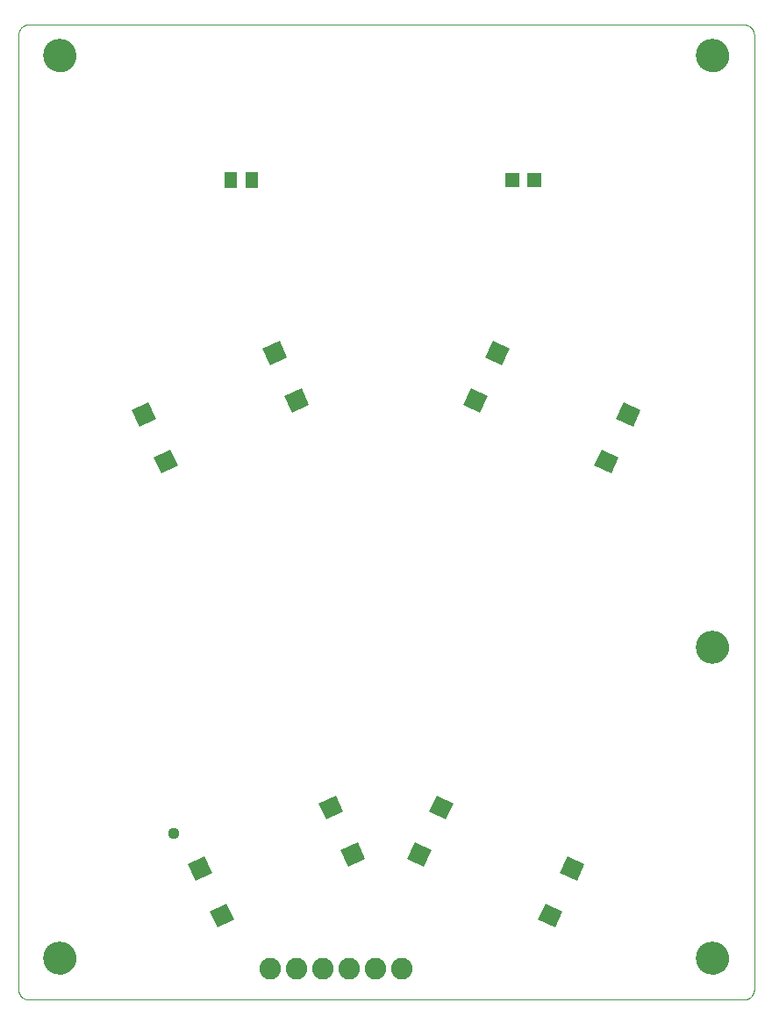
<source format=gbs>
G75*
%MOIN*%
%OFA0B0*%
%FSLAX25Y25*%
%IPPOS*%
%LPD*%
%AMOC8*
5,1,8,0,0,1.08239X$1,22.5*
%
%ADD10C,0.00000*%
%ADD11R,0.07099X0.06902*%
%ADD12C,0.08200*%
%ADD13C,0.12611*%
%ADD14R,0.05131X0.06312*%
%ADD15R,0.05524X0.05524*%
%ADD16C,0.04369*%
D10*
X0005437Y0002252D02*
X0277091Y0002252D01*
X0277215Y0002254D01*
X0277338Y0002260D01*
X0277462Y0002269D01*
X0277584Y0002283D01*
X0277707Y0002300D01*
X0277829Y0002322D01*
X0277950Y0002347D01*
X0278070Y0002376D01*
X0278189Y0002408D01*
X0278308Y0002445D01*
X0278425Y0002485D01*
X0278540Y0002528D01*
X0278655Y0002576D01*
X0278767Y0002627D01*
X0278878Y0002681D01*
X0278988Y0002739D01*
X0279095Y0002800D01*
X0279201Y0002865D01*
X0279304Y0002933D01*
X0279405Y0003004D01*
X0279504Y0003078D01*
X0279601Y0003155D01*
X0279695Y0003236D01*
X0279786Y0003319D01*
X0279875Y0003405D01*
X0279961Y0003494D01*
X0280044Y0003585D01*
X0280125Y0003679D01*
X0280202Y0003776D01*
X0280276Y0003875D01*
X0280347Y0003976D01*
X0280415Y0004079D01*
X0280480Y0004185D01*
X0280541Y0004292D01*
X0280599Y0004402D01*
X0280653Y0004513D01*
X0280704Y0004625D01*
X0280752Y0004740D01*
X0280795Y0004855D01*
X0280835Y0004972D01*
X0280872Y0005091D01*
X0280904Y0005210D01*
X0280933Y0005330D01*
X0280958Y0005451D01*
X0280980Y0005573D01*
X0280997Y0005696D01*
X0281011Y0005818D01*
X0281020Y0005942D01*
X0281026Y0006065D01*
X0281028Y0006189D01*
X0281028Y0368394D01*
X0281026Y0368518D01*
X0281020Y0368641D01*
X0281011Y0368765D01*
X0280997Y0368887D01*
X0280980Y0369010D01*
X0280958Y0369132D01*
X0280933Y0369253D01*
X0280904Y0369373D01*
X0280872Y0369492D01*
X0280835Y0369611D01*
X0280795Y0369728D01*
X0280752Y0369843D01*
X0280704Y0369958D01*
X0280653Y0370070D01*
X0280599Y0370181D01*
X0280541Y0370291D01*
X0280480Y0370398D01*
X0280415Y0370504D01*
X0280347Y0370607D01*
X0280276Y0370708D01*
X0280202Y0370807D01*
X0280125Y0370904D01*
X0280044Y0370998D01*
X0279961Y0371089D01*
X0279875Y0371178D01*
X0279786Y0371264D01*
X0279695Y0371347D01*
X0279601Y0371428D01*
X0279504Y0371505D01*
X0279405Y0371579D01*
X0279304Y0371650D01*
X0279201Y0371718D01*
X0279095Y0371783D01*
X0278988Y0371844D01*
X0278878Y0371902D01*
X0278767Y0371956D01*
X0278655Y0372007D01*
X0278540Y0372055D01*
X0278425Y0372098D01*
X0278308Y0372138D01*
X0278189Y0372175D01*
X0278070Y0372207D01*
X0277950Y0372236D01*
X0277829Y0372261D01*
X0277707Y0372283D01*
X0277584Y0372300D01*
X0277462Y0372314D01*
X0277338Y0372323D01*
X0277215Y0372329D01*
X0277091Y0372331D01*
X0005437Y0372331D01*
X0005313Y0372329D01*
X0005190Y0372323D01*
X0005066Y0372314D01*
X0004944Y0372300D01*
X0004821Y0372283D01*
X0004699Y0372261D01*
X0004578Y0372236D01*
X0004458Y0372207D01*
X0004339Y0372175D01*
X0004220Y0372138D01*
X0004103Y0372098D01*
X0003988Y0372055D01*
X0003873Y0372007D01*
X0003761Y0371956D01*
X0003650Y0371902D01*
X0003540Y0371844D01*
X0003433Y0371783D01*
X0003327Y0371718D01*
X0003224Y0371650D01*
X0003123Y0371579D01*
X0003024Y0371505D01*
X0002927Y0371428D01*
X0002833Y0371347D01*
X0002742Y0371264D01*
X0002653Y0371178D01*
X0002567Y0371089D01*
X0002484Y0370998D01*
X0002403Y0370904D01*
X0002326Y0370807D01*
X0002252Y0370708D01*
X0002181Y0370607D01*
X0002113Y0370504D01*
X0002048Y0370398D01*
X0001987Y0370291D01*
X0001929Y0370181D01*
X0001875Y0370070D01*
X0001824Y0369958D01*
X0001776Y0369843D01*
X0001733Y0369728D01*
X0001693Y0369611D01*
X0001656Y0369492D01*
X0001624Y0369373D01*
X0001595Y0369253D01*
X0001570Y0369132D01*
X0001548Y0369010D01*
X0001531Y0368887D01*
X0001517Y0368765D01*
X0001508Y0368641D01*
X0001502Y0368518D01*
X0001500Y0368394D01*
X0001500Y0006189D01*
X0001502Y0006065D01*
X0001508Y0005942D01*
X0001517Y0005818D01*
X0001531Y0005696D01*
X0001548Y0005573D01*
X0001570Y0005451D01*
X0001595Y0005330D01*
X0001624Y0005210D01*
X0001656Y0005091D01*
X0001693Y0004972D01*
X0001733Y0004855D01*
X0001776Y0004740D01*
X0001824Y0004625D01*
X0001875Y0004513D01*
X0001929Y0004402D01*
X0001987Y0004292D01*
X0002048Y0004185D01*
X0002113Y0004079D01*
X0002181Y0003976D01*
X0002252Y0003875D01*
X0002326Y0003776D01*
X0002403Y0003679D01*
X0002484Y0003585D01*
X0002567Y0003494D01*
X0002653Y0003405D01*
X0002742Y0003319D01*
X0002833Y0003236D01*
X0002927Y0003155D01*
X0003024Y0003078D01*
X0003123Y0003004D01*
X0003224Y0002933D01*
X0003327Y0002865D01*
X0003433Y0002800D01*
X0003540Y0002739D01*
X0003650Y0002681D01*
X0003761Y0002627D01*
X0003873Y0002576D01*
X0003988Y0002528D01*
X0004103Y0002485D01*
X0004220Y0002445D01*
X0004339Y0002408D01*
X0004458Y0002376D01*
X0004578Y0002347D01*
X0004699Y0002322D01*
X0004821Y0002300D01*
X0004944Y0002283D01*
X0005066Y0002269D01*
X0005190Y0002260D01*
X0005313Y0002254D01*
X0005437Y0002252D01*
X0011342Y0018000D02*
X0011344Y0018153D01*
X0011350Y0018307D01*
X0011360Y0018460D01*
X0011374Y0018612D01*
X0011392Y0018765D01*
X0011414Y0018916D01*
X0011439Y0019067D01*
X0011469Y0019218D01*
X0011503Y0019368D01*
X0011540Y0019516D01*
X0011581Y0019664D01*
X0011626Y0019810D01*
X0011675Y0019956D01*
X0011728Y0020100D01*
X0011784Y0020242D01*
X0011844Y0020383D01*
X0011908Y0020523D01*
X0011975Y0020661D01*
X0012046Y0020797D01*
X0012121Y0020931D01*
X0012198Y0021063D01*
X0012280Y0021193D01*
X0012364Y0021321D01*
X0012452Y0021447D01*
X0012543Y0021570D01*
X0012637Y0021691D01*
X0012735Y0021809D01*
X0012835Y0021925D01*
X0012939Y0022038D01*
X0013045Y0022149D01*
X0013154Y0022257D01*
X0013266Y0022362D01*
X0013380Y0022463D01*
X0013498Y0022562D01*
X0013617Y0022658D01*
X0013739Y0022751D01*
X0013864Y0022840D01*
X0013991Y0022927D01*
X0014120Y0023009D01*
X0014251Y0023089D01*
X0014384Y0023165D01*
X0014519Y0023238D01*
X0014656Y0023307D01*
X0014795Y0023372D01*
X0014935Y0023434D01*
X0015077Y0023492D01*
X0015220Y0023547D01*
X0015365Y0023598D01*
X0015511Y0023645D01*
X0015658Y0023688D01*
X0015806Y0023727D01*
X0015955Y0023763D01*
X0016105Y0023794D01*
X0016256Y0023822D01*
X0016407Y0023846D01*
X0016560Y0023866D01*
X0016712Y0023882D01*
X0016865Y0023894D01*
X0017018Y0023902D01*
X0017171Y0023906D01*
X0017325Y0023906D01*
X0017478Y0023902D01*
X0017631Y0023894D01*
X0017784Y0023882D01*
X0017936Y0023866D01*
X0018089Y0023846D01*
X0018240Y0023822D01*
X0018391Y0023794D01*
X0018541Y0023763D01*
X0018690Y0023727D01*
X0018838Y0023688D01*
X0018985Y0023645D01*
X0019131Y0023598D01*
X0019276Y0023547D01*
X0019419Y0023492D01*
X0019561Y0023434D01*
X0019701Y0023372D01*
X0019840Y0023307D01*
X0019977Y0023238D01*
X0020112Y0023165D01*
X0020245Y0023089D01*
X0020376Y0023009D01*
X0020505Y0022927D01*
X0020632Y0022840D01*
X0020757Y0022751D01*
X0020879Y0022658D01*
X0020998Y0022562D01*
X0021116Y0022463D01*
X0021230Y0022362D01*
X0021342Y0022257D01*
X0021451Y0022149D01*
X0021557Y0022038D01*
X0021661Y0021925D01*
X0021761Y0021809D01*
X0021859Y0021691D01*
X0021953Y0021570D01*
X0022044Y0021447D01*
X0022132Y0021321D01*
X0022216Y0021193D01*
X0022298Y0021063D01*
X0022375Y0020931D01*
X0022450Y0020797D01*
X0022521Y0020661D01*
X0022588Y0020523D01*
X0022652Y0020383D01*
X0022712Y0020242D01*
X0022768Y0020100D01*
X0022821Y0019956D01*
X0022870Y0019810D01*
X0022915Y0019664D01*
X0022956Y0019516D01*
X0022993Y0019368D01*
X0023027Y0019218D01*
X0023057Y0019067D01*
X0023082Y0018916D01*
X0023104Y0018765D01*
X0023122Y0018612D01*
X0023136Y0018460D01*
X0023146Y0018307D01*
X0023152Y0018153D01*
X0023154Y0018000D01*
X0023152Y0017847D01*
X0023146Y0017693D01*
X0023136Y0017540D01*
X0023122Y0017388D01*
X0023104Y0017235D01*
X0023082Y0017084D01*
X0023057Y0016933D01*
X0023027Y0016782D01*
X0022993Y0016632D01*
X0022956Y0016484D01*
X0022915Y0016336D01*
X0022870Y0016190D01*
X0022821Y0016044D01*
X0022768Y0015900D01*
X0022712Y0015758D01*
X0022652Y0015617D01*
X0022588Y0015477D01*
X0022521Y0015339D01*
X0022450Y0015203D01*
X0022375Y0015069D01*
X0022298Y0014937D01*
X0022216Y0014807D01*
X0022132Y0014679D01*
X0022044Y0014553D01*
X0021953Y0014430D01*
X0021859Y0014309D01*
X0021761Y0014191D01*
X0021661Y0014075D01*
X0021557Y0013962D01*
X0021451Y0013851D01*
X0021342Y0013743D01*
X0021230Y0013638D01*
X0021116Y0013537D01*
X0020998Y0013438D01*
X0020879Y0013342D01*
X0020757Y0013249D01*
X0020632Y0013160D01*
X0020505Y0013073D01*
X0020376Y0012991D01*
X0020245Y0012911D01*
X0020112Y0012835D01*
X0019977Y0012762D01*
X0019840Y0012693D01*
X0019701Y0012628D01*
X0019561Y0012566D01*
X0019419Y0012508D01*
X0019276Y0012453D01*
X0019131Y0012402D01*
X0018985Y0012355D01*
X0018838Y0012312D01*
X0018690Y0012273D01*
X0018541Y0012237D01*
X0018391Y0012206D01*
X0018240Y0012178D01*
X0018089Y0012154D01*
X0017936Y0012134D01*
X0017784Y0012118D01*
X0017631Y0012106D01*
X0017478Y0012098D01*
X0017325Y0012094D01*
X0017171Y0012094D01*
X0017018Y0012098D01*
X0016865Y0012106D01*
X0016712Y0012118D01*
X0016560Y0012134D01*
X0016407Y0012154D01*
X0016256Y0012178D01*
X0016105Y0012206D01*
X0015955Y0012237D01*
X0015806Y0012273D01*
X0015658Y0012312D01*
X0015511Y0012355D01*
X0015365Y0012402D01*
X0015220Y0012453D01*
X0015077Y0012508D01*
X0014935Y0012566D01*
X0014795Y0012628D01*
X0014656Y0012693D01*
X0014519Y0012762D01*
X0014384Y0012835D01*
X0014251Y0012911D01*
X0014120Y0012991D01*
X0013991Y0013073D01*
X0013864Y0013160D01*
X0013739Y0013249D01*
X0013617Y0013342D01*
X0013498Y0013438D01*
X0013380Y0013537D01*
X0013266Y0013638D01*
X0013154Y0013743D01*
X0013045Y0013851D01*
X0012939Y0013962D01*
X0012835Y0014075D01*
X0012735Y0014191D01*
X0012637Y0014309D01*
X0012543Y0014430D01*
X0012452Y0014553D01*
X0012364Y0014679D01*
X0012280Y0014807D01*
X0012198Y0014937D01*
X0012121Y0015069D01*
X0012046Y0015203D01*
X0011975Y0015339D01*
X0011908Y0015477D01*
X0011844Y0015617D01*
X0011784Y0015758D01*
X0011728Y0015900D01*
X0011675Y0016044D01*
X0011626Y0016190D01*
X0011581Y0016336D01*
X0011540Y0016484D01*
X0011503Y0016632D01*
X0011469Y0016782D01*
X0011439Y0016933D01*
X0011414Y0017084D01*
X0011392Y0017235D01*
X0011374Y0017388D01*
X0011360Y0017540D01*
X0011350Y0017693D01*
X0011344Y0017847D01*
X0011342Y0018000D01*
X0259374Y0018000D02*
X0259376Y0018153D01*
X0259382Y0018307D01*
X0259392Y0018460D01*
X0259406Y0018612D01*
X0259424Y0018765D01*
X0259446Y0018916D01*
X0259471Y0019067D01*
X0259501Y0019218D01*
X0259535Y0019368D01*
X0259572Y0019516D01*
X0259613Y0019664D01*
X0259658Y0019810D01*
X0259707Y0019956D01*
X0259760Y0020100D01*
X0259816Y0020242D01*
X0259876Y0020383D01*
X0259940Y0020523D01*
X0260007Y0020661D01*
X0260078Y0020797D01*
X0260153Y0020931D01*
X0260230Y0021063D01*
X0260312Y0021193D01*
X0260396Y0021321D01*
X0260484Y0021447D01*
X0260575Y0021570D01*
X0260669Y0021691D01*
X0260767Y0021809D01*
X0260867Y0021925D01*
X0260971Y0022038D01*
X0261077Y0022149D01*
X0261186Y0022257D01*
X0261298Y0022362D01*
X0261412Y0022463D01*
X0261530Y0022562D01*
X0261649Y0022658D01*
X0261771Y0022751D01*
X0261896Y0022840D01*
X0262023Y0022927D01*
X0262152Y0023009D01*
X0262283Y0023089D01*
X0262416Y0023165D01*
X0262551Y0023238D01*
X0262688Y0023307D01*
X0262827Y0023372D01*
X0262967Y0023434D01*
X0263109Y0023492D01*
X0263252Y0023547D01*
X0263397Y0023598D01*
X0263543Y0023645D01*
X0263690Y0023688D01*
X0263838Y0023727D01*
X0263987Y0023763D01*
X0264137Y0023794D01*
X0264288Y0023822D01*
X0264439Y0023846D01*
X0264592Y0023866D01*
X0264744Y0023882D01*
X0264897Y0023894D01*
X0265050Y0023902D01*
X0265203Y0023906D01*
X0265357Y0023906D01*
X0265510Y0023902D01*
X0265663Y0023894D01*
X0265816Y0023882D01*
X0265968Y0023866D01*
X0266121Y0023846D01*
X0266272Y0023822D01*
X0266423Y0023794D01*
X0266573Y0023763D01*
X0266722Y0023727D01*
X0266870Y0023688D01*
X0267017Y0023645D01*
X0267163Y0023598D01*
X0267308Y0023547D01*
X0267451Y0023492D01*
X0267593Y0023434D01*
X0267733Y0023372D01*
X0267872Y0023307D01*
X0268009Y0023238D01*
X0268144Y0023165D01*
X0268277Y0023089D01*
X0268408Y0023009D01*
X0268537Y0022927D01*
X0268664Y0022840D01*
X0268789Y0022751D01*
X0268911Y0022658D01*
X0269030Y0022562D01*
X0269148Y0022463D01*
X0269262Y0022362D01*
X0269374Y0022257D01*
X0269483Y0022149D01*
X0269589Y0022038D01*
X0269693Y0021925D01*
X0269793Y0021809D01*
X0269891Y0021691D01*
X0269985Y0021570D01*
X0270076Y0021447D01*
X0270164Y0021321D01*
X0270248Y0021193D01*
X0270330Y0021063D01*
X0270407Y0020931D01*
X0270482Y0020797D01*
X0270553Y0020661D01*
X0270620Y0020523D01*
X0270684Y0020383D01*
X0270744Y0020242D01*
X0270800Y0020100D01*
X0270853Y0019956D01*
X0270902Y0019810D01*
X0270947Y0019664D01*
X0270988Y0019516D01*
X0271025Y0019368D01*
X0271059Y0019218D01*
X0271089Y0019067D01*
X0271114Y0018916D01*
X0271136Y0018765D01*
X0271154Y0018612D01*
X0271168Y0018460D01*
X0271178Y0018307D01*
X0271184Y0018153D01*
X0271186Y0018000D01*
X0271184Y0017847D01*
X0271178Y0017693D01*
X0271168Y0017540D01*
X0271154Y0017388D01*
X0271136Y0017235D01*
X0271114Y0017084D01*
X0271089Y0016933D01*
X0271059Y0016782D01*
X0271025Y0016632D01*
X0270988Y0016484D01*
X0270947Y0016336D01*
X0270902Y0016190D01*
X0270853Y0016044D01*
X0270800Y0015900D01*
X0270744Y0015758D01*
X0270684Y0015617D01*
X0270620Y0015477D01*
X0270553Y0015339D01*
X0270482Y0015203D01*
X0270407Y0015069D01*
X0270330Y0014937D01*
X0270248Y0014807D01*
X0270164Y0014679D01*
X0270076Y0014553D01*
X0269985Y0014430D01*
X0269891Y0014309D01*
X0269793Y0014191D01*
X0269693Y0014075D01*
X0269589Y0013962D01*
X0269483Y0013851D01*
X0269374Y0013743D01*
X0269262Y0013638D01*
X0269148Y0013537D01*
X0269030Y0013438D01*
X0268911Y0013342D01*
X0268789Y0013249D01*
X0268664Y0013160D01*
X0268537Y0013073D01*
X0268408Y0012991D01*
X0268277Y0012911D01*
X0268144Y0012835D01*
X0268009Y0012762D01*
X0267872Y0012693D01*
X0267733Y0012628D01*
X0267593Y0012566D01*
X0267451Y0012508D01*
X0267308Y0012453D01*
X0267163Y0012402D01*
X0267017Y0012355D01*
X0266870Y0012312D01*
X0266722Y0012273D01*
X0266573Y0012237D01*
X0266423Y0012206D01*
X0266272Y0012178D01*
X0266121Y0012154D01*
X0265968Y0012134D01*
X0265816Y0012118D01*
X0265663Y0012106D01*
X0265510Y0012098D01*
X0265357Y0012094D01*
X0265203Y0012094D01*
X0265050Y0012098D01*
X0264897Y0012106D01*
X0264744Y0012118D01*
X0264592Y0012134D01*
X0264439Y0012154D01*
X0264288Y0012178D01*
X0264137Y0012206D01*
X0263987Y0012237D01*
X0263838Y0012273D01*
X0263690Y0012312D01*
X0263543Y0012355D01*
X0263397Y0012402D01*
X0263252Y0012453D01*
X0263109Y0012508D01*
X0262967Y0012566D01*
X0262827Y0012628D01*
X0262688Y0012693D01*
X0262551Y0012762D01*
X0262416Y0012835D01*
X0262283Y0012911D01*
X0262152Y0012991D01*
X0262023Y0013073D01*
X0261896Y0013160D01*
X0261771Y0013249D01*
X0261649Y0013342D01*
X0261530Y0013438D01*
X0261412Y0013537D01*
X0261298Y0013638D01*
X0261186Y0013743D01*
X0261077Y0013851D01*
X0260971Y0013962D01*
X0260867Y0014075D01*
X0260767Y0014191D01*
X0260669Y0014309D01*
X0260575Y0014430D01*
X0260484Y0014553D01*
X0260396Y0014679D01*
X0260312Y0014807D01*
X0260230Y0014937D01*
X0260153Y0015069D01*
X0260078Y0015203D01*
X0260007Y0015339D01*
X0259940Y0015477D01*
X0259876Y0015617D01*
X0259816Y0015758D01*
X0259760Y0015900D01*
X0259707Y0016044D01*
X0259658Y0016190D01*
X0259613Y0016336D01*
X0259572Y0016484D01*
X0259535Y0016632D01*
X0259501Y0016782D01*
X0259471Y0016933D01*
X0259446Y0017084D01*
X0259424Y0017235D01*
X0259406Y0017388D01*
X0259392Y0017540D01*
X0259382Y0017693D01*
X0259376Y0017847D01*
X0259374Y0018000D01*
X0259374Y0136110D02*
X0259376Y0136263D01*
X0259382Y0136417D01*
X0259392Y0136570D01*
X0259406Y0136722D01*
X0259424Y0136875D01*
X0259446Y0137026D01*
X0259471Y0137177D01*
X0259501Y0137328D01*
X0259535Y0137478D01*
X0259572Y0137626D01*
X0259613Y0137774D01*
X0259658Y0137920D01*
X0259707Y0138066D01*
X0259760Y0138210D01*
X0259816Y0138352D01*
X0259876Y0138493D01*
X0259940Y0138633D01*
X0260007Y0138771D01*
X0260078Y0138907D01*
X0260153Y0139041D01*
X0260230Y0139173D01*
X0260312Y0139303D01*
X0260396Y0139431D01*
X0260484Y0139557D01*
X0260575Y0139680D01*
X0260669Y0139801D01*
X0260767Y0139919D01*
X0260867Y0140035D01*
X0260971Y0140148D01*
X0261077Y0140259D01*
X0261186Y0140367D01*
X0261298Y0140472D01*
X0261412Y0140573D01*
X0261530Y0140672D01*
X0261649Y0140768D01*
X0261771Y0140861D01*
X0261896Y0140950D01*
X0262023Y0141037D01*
X0262152Y0141119D01*
X0262283Y0141199D01*
X0262416Y0141275D01*
X0262551Y0141348D01*
X0262688Y0141417D01*
X0262827Y0141482D01*
X0262967Y0141544D01*
X0263109Y0141602D01*
X0263252Y0141657D01*
X0263397Y0141708D01*
X0263543Y0141755D01*
X0263690Y0141798D01*
X0263838Y0141837D01*
X0263987Y0141873D01*
X0264137Y0141904D01*
X0264288Y0141932D01*
X0264439Y0141956D01*
X0264592Y0141976D01*
X0264744Y0141992D01*
X0264897Y0142004D01*
X0265050Y0142012D01*
X0265203Y0142016D01*
X0265357Y0142016D01*
X0265510Y0142012D01*
X0265663Y0142004D01*
X0265816Y0141992D01*
X0265968Y0141976D01*
X0266121Y0141956D01*
X0266272Y0141932D01*
X0266423Y0141904D01*
X0266573Y0141873D01*
X0266722Y0141837D01*
X0266870Y0141798D01*
X0267017Y0141755D01*
X0267163Y0141708D01*
X0267308Y0141657D01*
X0267451Y0141602D01*
X0267593Y0141544D01*
X0267733Y0141482D01*
X0267872Y0141417D01*
X0268009Y0141348D01*
X0268144Y0141275D01*
X0268277Y0141199D01*
X0268408Y0141119D01*
X0268537Y0141037D01*
X0268664Y0140950D01*
X0268789Y0140861D01*
X0268911Y0140768D01*
X0269030Y0140672D01*
X0269148Y0140573D01*
X0269262Y0140472D01*
X0269374Y0140367D01*
X0269483Y0140259D01*
X0269589Y0140148D01*
X0269693Y0140035D01*
X0269793Y0139919D01*
X0269891Y0139801D01*
X0269985Y0139680D01*
X0270076Y0139557D01*
X0270164Y0139431D01*
X0270248Y0139303D01*
X0270330Y0139173D01*
X0270407Y0139041D01*
X0270482Y0138907D01*
X0270553Y0138771D01*
X0270620Y0138633D01*
X0270684Y0138493D01*
X0270744Y0138352D01*
X0270800Y0138210D01*
X0270853Y0138066D01*
X0270902Y0137920D01*
X0270947Y0137774D01*
X0270988Y0137626D01*
X0271025Y0137478D01*
X0271059Y0137328D01*
X0271089Y0137177D01*
X0271114Y0137026D01*
X0271136Y0136875D01*
X0271154Y0136722D01*
X0271168Y0136570D01*
X0271178Y0136417D01*
X0271184Y0136263D01*
X0271186Y0136110D01*
X0271184Y0135957D01*
X0271178Y0135803D01*
X0271168Y0135650D01*
X0271154Y0135498D01*
X0271136Y0135345D01*
X0271114Y0135194D01*
X0271089Y0135043D01*
X0271059Y0134892D01*
X0271025Y0134742D01*
X0270988Y0134594D01*
X0270947Y0134446D01*
X0270902Y0134300D01*
X0270853Y0134154D01*
X0270800Y0134010D01*
X0270744Y0133868D01*
X0270684Y0133727D01*
X0270620Y0133587D01*
X0270553Y0133449D01*
X0270482Y0133313D01*
X0270407Y0133179D01*
X0270330Y0133047D01*
X0270248Y0132917D01*
X0270164Y0132789D01*
X0270076Y0132663D01*
X0269985Y0132540D01*
X0269891Y0132419D01*
X0269793Y0132301D01*
X0269693Y0132185D01*
X0269589Y0132072D01*
X0269483Y0131961D01*
X0269374Y0131853D01*
X0269262Y0131748D01*
X0269148Y0131647D01*
X0269030Y0131548D01*
X0268911Y0131452D01*
X0268789Y0131359D01*
X0268664Y0131270D01*
X0268537Y0131183D01*
X0268408Y0131101D01*
X0268277Y0131021D01*
X0268144Y0130945D01*
X0268009Y0130872D01*
X0267872Y0130803D01*
X0267733Y0130738D01*
X0267593Y0130676D01*
X0267451Y0130618D01*
X0267308Y0130563D01*
X0267163Y0130512D01*
X0267017Y0130465D01*
X0266870Y0130422D01*
X0266722Y0130383D01*
X0266573Y0130347D01*
X0266423Y0130316D01*
X0266272Y0130288D01*
X0266121Y0130264D01*
X0265968Y0130244D01*
X0265816Y0130228D01*
X0265663Y0130216D01*
X0265510Y0130208D01*
X0265357Y0130204D01*
X0265203Y0130204D01*
X0265050Y0130208D01*
X0264897Y0130216D01*
X0264744Y0130228D01*
X0264592Y0130244D01*
X0264439Y0130264D01*
X0264288Y0130288D01*
X0264137Y0130316D01*
X0263987Y0130347D01*
X0263838Y0130383D01*
X0263690Y0130422D01*
X0263543Y0130465D01*
X0263397Y0130512D01*
X0263252Y0130563D01*
X0263109Y0130618D01*
X0262967Y0130676D01*
X0262827Y0130738D01*
X0262688Y0130803D01*
X0262551Y0130872D01*
X0262416Y0130945D01*
X0262283Y0131021D01*
X0262152Y0131101D01*
X0262023Y0131183D01*
X0261896Y0131270D01*
X0261771Y0131359D01*
X0261649Y0131452D01*
X0261530Y0131548D01*
X0261412Y0131647D01*
X0261298Y0131748D01*
X0261186Y0131853D01*
X0261077Y0131961D01*
X0260971Y0132072D01*
X0260867Y0132185D01*
X0260767Y0132301D01*
X0260669Y0132419D01*
X0260575Y0132540D01*
X0260484Y0132663D01*
X0260396Y0132789D01*
X0260312Y0132917D01*
X0260230Y0133047D01*
X0260153Y0133179D01*
X0260078Y0133313D01*
X0260007Y0133449D01*
X0259940Y0133587D01*
X0259876Y0133727D01*
X0259816Y0133868D01*
X0259760Y0134010D01*
X0259707Y0134154D01*
X0259658Y0134300D01*
X0259613Y0134446D01*
X0259572Y0134594D01*
X0259535Y0134742D01*
X0259501Y0134892D01*
X0259471Y0135043D01*
X0259446Y0135194D01*
X0259424Y0135345D01*
X0259406Y0135498D01*
X0259392Y0135650D01*
X0259382Y0135803D01*
X0259376Y0135957D01*
X0259374Y0136110D01*
X0259374Y0360520D02*
X0259376Y0360673D01*
X0259382Y0360827D01*
X0259392Y0360980D01*
X0259406Y0361132D01*
X0259424Y0361285D01*
X0259446Y0361436D01*
X0259471Y0361587D01*
X0259501Y0361738D01*
X0259535Y0361888D01*
X0259572Y0362036D01*
X0259613Y0362184D01*
X0259658Y0362330D01*
X0259707Y0362476D01*
X0259760Y0362620D01*
X0259816Y0362762D01*
X0259876Y0362903D01*
X0259940Y0363043D01*
X0260007Y0363181D01*
X0260078Y0363317D01*
X0260153Y0363451D01*
X0260230Y0363583D01*
X0260312Y0363713D01*
X0260396Y0363841D01*
X0260484Y0363967D01*
X0260575Y0364090D01*
X0260669Y0364211D01*
X0260767Y0364329D01*
X0260867Y0364445D01*
X0260971Y0364558D01*
X0261077Y0364669D01*
X0261186Y0364777D01*
X0261298Y0364882D01*
X0261412Y0364983D01*
X0261530Y0365082D01*
X0261649Y0365178D01*
X0261771Y0365271D01*
X0261896Y0365360D01*
X0262023Y0365447D01*
X0262152Y0365529D01*
X0262283Y0365609D01*
X0262416Y0365685D01*
X0262551Y0365758D01*
X0262688Y0365827D01*
X0262827Y0365892D01*
X0262967Y0365954D01*
X0263109Y0366012D01*
X0263252Y0366067D01*
X0263397Y0366118D01*
X0263543Y0366165D01*
X0263690Y0366208D01*
X0263838Y0366247D01*
X0263987Y0366283D01*
X0264137Y0366314D01*
X0264288Y0366342D01*
X0264439Y0366366D01*
X0264592Y0366386D01*
X0264744Y0366402D01*
X0264897Y0366414D01*
X0265050Y0366422D01*
X0265203Y0366426D01*
X0265357Y0366426D01*
X0265510Y0366422D01*
X0265663Y0366414D01*
X0265816Y0366402D01*
X0265968Y0366386D01*
X0266121Y0366366D01*
X0266272Y0366342D01*
X0266423Y0366314D01*
X0266573Y0366283D01*
X0266722Y0366247D01*
X0266870Y0366208D01*
X0267017Y0366165D01*
X0267163Y0366118D01*
X0267308Y0366067D01*
X0267451Y0366012D01*
X0267593Y0365954D01*
X0267733Y0365892D01*
X0267872Y0365827D01*
X0268009Y0365758D01*
X0268144Y0365685D01*
X0268277Y0365609D01*
X0268408Y0365529D01*
X0268537Y0365447D01*
X0268664Y0365360D01*
X0268789Y0365271D01*
X0268911Y0365178D01*
X0269030Y0365082D01*
X0269148Y0364983D01*
X0269262Y0364882D01*
X0269374Y0364777D01*
X0269483Y0364669D01*
X0269589Y0364558D01*
X0269693Y0364445D01*
X0269793Y0364329D01*
X0269891Y0364211D01*
X0269985Y0364090D01*
X0270076Y0363967D01*
X0270164Y0363841D01*
X0270248Y0363713D01*
X0270330Y0363583D01*
X0270407Y0363451D01*
X0270482Y0363317D01*
X0270553Y0363181D01*
X0270620Y0363043D01*
X0270684Y0362903D01*
X0270744Y0362762D01*
X0270800Y0362620D01*
X0270853Y0362476D01*
X0270902Y0362330D01*
X0270947Y0362184D01*
X0270988Y0362036D01*
X0271025Y0361888D01*
X0271059Y0361738D01*
X0271089Y0361587D01*
X0271114Y0361436D01*
X0271136Y0361285D01*
X0271154Y0361132D01*
X0271168Y0360980D01*
X0271178Y0360827D01*
X0271184Y0360673D01*
X0271186Y0360520D01*
X0271184Y0360367D01*
X0271178Y0360213D01*
X0271168Y0360060D01*
X0271154Y0359908D01*
X0271136Y0359755D01*
X0271114Y0359604D01*
X0271089Y0359453D01*
X0271059Y0359302D01*
X0271025Y0359152D01*
X0270988Y0359004D01*
X0270947Y0358856D01*
X0270902Y0358710D01*
X0270853Y0358564D01*
X0270800Y0358420D01*
X0270744Y0358278D01*
X0270684Y0358137D01*
X0270620Y0357997D01*
X0270553Y0357859D01*
X0270482Y0357723D01*
X0270407Y0357589D01*
X0270330Y0357457D01*
X0270248Y0357327D01*
X0270164Y0357199D01*
X0270076Y0357073D01*
X0269985Y0356950D01*
X0269891Y0356829D01*
X0269793Y0356711D01*
X0269693Y0356595D01*
X0269589Y0356482D01*
X0269483Y0356371D01*
X0269374Y0356263D01*
X0269262Y0356158D01*
X0269148Y0356057D01*
X0269030Y0355958D01*
X0268911Y0355862D01*
X0268789Y0355769D01*
X0268664Y0355680D01*
X0268537Y0355593D01*
X0268408Y0355511D01*
X0268277Y0355431D01*
X0268144Y0355355D01*
X0268009Y0355282D01*
X0267872Y0355213D01*
X0267733Y0355148D01*
X0267593Y0355086D01*
X0267451Y0355028D01*
X0267308Y0354973D01*
X0267163Y0354922D01*
X0267017Y0354875D01*
X0266870Y0354832D01*
X0266722Y0354793D01*
X0266573Y0354757D01*
X0266423Y0354726D01*
X0266272Y0354698D01*
X0266121Y0354674D01*
X0265968Y0354654D01*
X0265816Y0354638D01*
X0265663Y0354626D01*
X0265510Y0354618D01*
X0265357Y0354614D01*
X0265203Y0354614D01*
X0265050Y0354618D01*
X0264897Y0354626D01*
X0264744Y0354638D01*
X0264592Y0354654D01*
X0264439Y0354674D01*
X0264288Y0354698D01*
X0264137Y0354726D01*
X0263987Y0354757D01*
X0263838Y0354793D01*
X0263690Y0354832D01*
X0263543Y0354875D01*
X0263397Y0354922D01*
X0263252Y0354973D01*
X0263109Y0355028D01*
X0262967Y0355086D01*
X0262827Y0355148D01*
X0262688Y0355213D01*
X0262551Y0355282D01*
X0262416Y0355355D01*
X0262283Y0355431D01*
X0262152Y0355511D01*
X0262023Y0355593D01*
X0261896Y0355680D01*
X0261771Y0355769D01*
X0261649Y0355862D01*
X0261530Y0355958D01*
X0261412Y0356057D01*
X0261298Y0356158D01*
X0261186Y0356263D01*
X0261077Y0356371D01*
X0260971Y0356482D01*
X0260867Y0356595D01*
X0260767Y0356711D01*
X0260669Y0356829D01*
X0260575Y0356950D01*
X0260484Y0357073D01*
X0260396Y0357199D01*
X0260312Y0357327D01*
X0260230Y0357457D01*
X0260153Y0357589D01*
X0260078Y0357723D01*
X0260007Y0357859D01*
X0259940Y0357997D01*
X0259876Y0358137D01*
X0259816Y0358278D01*
X0259760Y0358420D01*
X0259707Y0358564D01*
X0259658Y0358710D01*
X0259613Y0358856D01*
X0259572Y0359004D01*
X0259535Y0359152D01*
X0259501Y0359302D01*
X0259471Y0359453D01*
X0259446Y0359604D01*
X0259424Y0359755D01*
X0259406Y0359908D01*
X0259392Y0360060D01*
X0259382Y0360213D01*
X0259376Y0360367D01*
X0259374Y0360520D01*
X0011342Y0360520D02*
X0011344Y0360673D01*
X0011350Y0360827D01*
X0011360Y0360980D01*
X0011374Y0361132D01*
X0011392Y0361285D01*
X0011414Y0361436D01*
X0011439Y0361587D01*
X0011469Y0361738D01*
X0011503Y0361888D01*
X0011540Y0362036D01*
X0011581Y0362184D01*
X0011626Y0362330D01*
X0011675Y0362476D01*
X0011728Y0362620D01*
X0011784Y0362762D01*
X0011844Y0362903D01*
X0011908Y0363043D01*
X0011975Y0363181D01*
X0012046Y0363317D01*
X0012121Y0363451D01*
X0012198Y0363583D01*
X0012280Y0363713D01*
X0012364Y0363841D01*
X0012452Y0363967D01*
X0012543Y0364090D01*
X0012637Y0364211D01*
X0012735Y0364329D01*
X0012835Y0364445D01*
X0012939Y0364558D01*
X0013045Y0364669D01*
X0013154Y0364777D01*
X0013266Y0364882D01*
X0013380Y0364983D01*
X0013498Y0365082D01*
X0013617Y0365178D01*
X0013739Y0365271D01*
X0013864Y0365360D01*
X0013991Y0365447D01*
X0014120Y0365529D01*
X0014251Y0365609D01*
X0014384Y0365685D01*
X0014519Y0365758D01*
X0014656Y0365827D01*
X0014795Y0365892D01*
X0014935Y0365954D01*
X0015077Y0366012D01*
X0015220Y0366067D01*
X0015365Y0366118D01*
X0015511Y0366165D01*
X0015658Y0366208D01*
X0015806Y0366247D01*
X0015955Y0366283D01*
X0016105Y0366314D01*
X0016256Y0366342D01*
X0016407Y0366366D01*
X0016560Y0366386D01*
X0016712Y0366402D01*
X0016865Y0366414D01*
X0017018Y0366422D01*
X0017171Y0366426D01*
X0017325Y0366426D01*
X0017478Y0366422D01*
X0017631Y0366414D01*
X0017784Y0366402D01*
X0017936Y0366386D01*
X0018089Y0366366D01*
X0018240Y0366342D01*
X0018391Y0366314D01*
X0018541Y0366283D01*
X0018690Y0366247D01*
X0018838Y0366208D01*
X0018985Y0366165D01*
X0019131Y0366118D01*
X0019276Y0366067D01*
X0019419Y0366012D01*
X0019561Y0365954D01*
X0019701Y0365892D01*
X0019840Y0365827D01*
X0019977Y0365758D01*
X0020112Y0365685D01*
X0020245Y0365609D01*
X0020376Y0365529D01*
X0020505Y0365447D01*
X0020632Y0365360D01*
X0020757Y0365271D01*
X0020879Y0365178D01*
X0020998Y0365082D01*
X0021116Y0364983D01*
X0021230Y0364882D01*
X0021342Y0364777D01*
X0021451Y0364669D01*
X0021557Y0364558D01*
X0021661Y0364445D01*
X0021761Y0364329D01*
X0021859Y0364211D01*
X0021953Y0364090D01*
X0022044Y0363967D01*
X0022132Y0363841D01*
X0022216Y0363713D01*
X0022298Y0363583D01*
X0022375Y0363451D01*
X0022450Y0363317D01*
X0022521Y0363181D01*
X0022588Y0363043D01*
X0022652Y0362903D01*
X0022712Y0362762D01*
X0022768Y0362620D01*
X0022821Y0362476D01*
X0022870Y0362330D01*
X0022915Y0362184D01*
X0022956Y0362036D01*
X0022993Y0361888D01*
X0023027Y0361738D01*
X0023057Y0361587D01*
X0023082Y0361436D01*
X0023104Y0361285D01*
X0023122Y0361132D01*
X0023136Y0360980D01*
X0023146Y0360827D01*
X0023152Y0360673D01*
X0023154Y0360520D01*
X0023152Y0360367D01*
X0023146Y0360213D01*
X0023136Y0360060D01*
X0023122Y0359908D01*
X0023104Y0359755D01*
X0023082Y0359604D01*
X0023057Y0359453D01*
X0023027Y0359302D01*
X0022993Y0359152D01*
X0022956Y0359004D01*
X0022915Y0358856D01*
X0022870Y0358710D01*
X0022821Y0358564D01*
X0022768Y0358420D01*
X0022712Y0358278D01*
X0022652Y0358137D01*
X0022588Y0357997D01*
X0022521Y0357859D01*
X0022450Y0357723D01*
X0022375Y0357589D01*
X0022298Y0357457D01*
X0022216Y0357327D01*
X0022132Y0357199D01*
X0022044Y0357073D01*
X0021953Y0356950D01*
X0021859Y0356829D01*
X0021761Y0356711D01*
X0021661Y0356595D01*
X0021557Y0356482D01*
X0021451Y0356371D01*
X0021342Y0356263D01*
X0021230Y0356158D01*
X0021116Y0356057D01*
X0020998Y0355958D01*
X0020879Y0355862D01*
X0020757Y0355769D01*
X0020632Y0355680D01*
X0020505Y0355593D01*
X0020376Y0355511D01*
X0020245Y0355431D01*
X0020112Y0355355D01*
X0019977Y0355282D01*
X0019840Y0355213D01*
X0019701Y0355148D01*
X0019561Y0355086D01*
X0019419Y0355028D01*
X0019276Y0354973D01*
X0019131Y0354922D01*
X0018985Y0354875D01*
X0018838Y0354832D01*
X0018690Y0354793D01*
X0018541Y0354757D01*
X0018391Y0354726D01*
X0018240Y0354698D01*
X0018089Y0354674D01*
X0017936Y0354654D01*
X0017784Y0354638D01*
X0017631Y0354626D01*
X0017478Y0354618D01*
X0017325Y0354614D01*
X0017171Y0354614D01*
X0017018Y0354618D01*
X0016865Y0354626D01*
X0016712Y0354638D01*
X0016560Y0354654D01*
X0016407Y0354674D01*
X0016256Y0354698D01*
X0016105Y0354726D01*
X0015955Y0354757D01*
X0015806Y0354793D01*
X0015658Y0354832D01*
X0015511Y0354875D01*
X0015365Y0354922D01*
X0015220Y0354973D01*
X0015077Y0355028D01*
X0014935Y0355086D01*
X0014795Y0355148D01*
X0014656Y0355213D01*
X0014519Y0355282D01*
X0014384Y0355355D01*
X0014251Y0355431D01*
X0014120Y0355511D01*
X0013991Y0355593D01*
X0013864Y0355680D01*
X0013739Y0355769D01*
X0013617Y0355862D01*
X0013498Y0355958D01*
X0013380Y0356057D01*
X0013266Y0356158D01*
X0013154Y0356263D01*
X0013045Y0356371D01*
X0012939Y0356482D01*
X0012835Y0356595D01*
X0012735Y0356711D01*
X0012637Y0356829D01*
X0012543Y0356950D01*
X0012452Y0357073D01*
X0012364Y0357199D01*
X0012280Y0357327D01*
X0012198Y0357457D01*
X0012121Y0357589D01*
X0012046Y0357723D01*
X0011975Y0357859D01*
X0011908Y0357997D01*
X0011844Y0358137D01*
X0011784Y0358278D01*
X0011728Y0358420D01*
X0011675Y0358564D01*
X0011626Y0358710D01*
X0011581Y0358856D01*
X0011540Y0359004D01*
X0011503Y0359152D01*
X0011469Y0359302D01*
X0011439Y0359453D01*
X0011414Y0359604D01*
X0011392Y0359755D01*
X0011374Y0359908D01*
X0011360Y0360060D01*
X0011350Y0360213D01*
X0011344Y0360367D01*
X0011342Y0360520D01*
D11*
G36*
X0103674Y0245929D02*
X0097242Y0242929D01*
X0094326Y0249183D01*
X0100758Y0252183D01*
X0103674Y0245929D01*
G37*
G36*
X0111993Y0228088D02*
X0105561Y0225088D01*
X0102645Y0231342D01*
X0109077Y0234342D01*
X0111993Y0228088D01*
G37*
G36*
X0062218Y0204878D02*
X0055786Y0201878D01*
X0052870Y0208132D01*
X0059302Y0211132D01*
X0062218Y0204878D01*
G37*
G36*
X0053898Y0222718D02*
X0047466Y0219718D01*
X0044550Y0225972D01*
X0050982Y0228972D01*
X0053898Y0222718D01*
G37*
G36*
X0124999Y0073559D02*
X0118567Y0070559D01*
X0115651Y0076813D01*
X0122083Y0079813D01*
X0124999Y0073559D01*
G37*
G36*
X0133318Y0055718D02*
X0126886Y0052718D01*
X0123970Y0058972D01*
X0130402Y0061972D01*
X0133318Y0055718D01*
G37*
G36*
X0152125Y0061972D02*
X0158557Y0058972D01*
X0155641Y0052718D01*
X0149209Y0055718D01*
X0152125Y0061972D01*
G37*
G36*
X0160444Y0079813D02*
X0166876Y0076813D01*
X0163960Y0070559D01*
X0157528Y0073559D01*
X0160444Y0079813D01*
G37*
G36*
X0201901Y0038761D02*
X0208333Y0035761D01*
X0205417Y0029507D01*
X0198985Y0032507D01*
X0201901Y0038761D01*
G37*
G36*
X0210220Y0056602D02*
X0216652Y0053602D01*
X0213736Y0047348D01*
X0207304Y0050348D01*
X0210220Y0056602D01*
G37*
G36*
X0223226Y0211132D02*
X0229658Y0208132D01*
X0226742Y0201878D01*
X0220310Y0204878D01*
X0223226Y0211132D01*
G37*
G36*
X0231545Y0228972D02*
X0237977Y0225972D01*
X0235061Y0219718D01*
X0228629Y0222718D01*
X0231545Y0228972D01*
G37*
G36*
X0181770Y0252183D02*
X0188202Y0249183D01*
X0185286Y0242929D01*
X0178854Y0245929D01*
X0181770Y0252183D01*
G37*
G36*
X0173451Y0234342D02*
X0179883Y0231342D01*
X0176967Y0225088D01*
X0170535Y0228088D01*
X0173451Y0234342D01*
G37*
G36*
X0075224Y0050348D02*
X0068792Y0047348D01*
X0065876Y0053602D01*
X0072308Y0056602D01*
X0075224Y0050348D01*
G37*
G36*
X0083543Y0032507D02*
X0077111Y0029507D01*
X0074195Y0035761D01*
X0080627Y0038761D01*
X0083543Y0032507D01*
G37*
D12*
X0097169Y0014063D03*
X0107169Y0014063D03*
X0117169Y0014063D03*
X0127169Y0014063D03*
X0137169Y0014063D03*
X0147169Y0014063D03*
D13*
X0265280Y0018000D03*
X0265280Y0136110D03*
X0265280Y0360520D03*
X0017248Y0360520D03*
X0017248Y0018000D03*
D14*
X0082209Y0313276D03*
X0090083Y0313276D03*
D15*
X0189295Y0313276D03*
X0197563Y0313276D03*
D16*
X0060555Y0065244D03*
M02*

</source>
